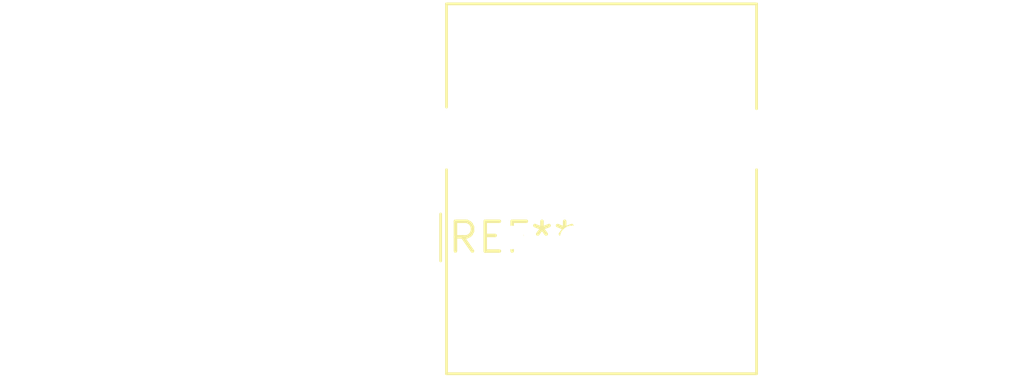
<source format=kicad_pcb>
(kicad_pcb (version 20240108) (generator pcbnew)
  (layers (0 "F.Cu" signal) (31 "B.Cu" signal) (34 "B.Paste" user) (35 "F.Paste" user) (36 "B.SilkS" user "B.Silkscreen") (37 "F.SilkS" user "F.Silkscreen") (38 "B.Mask" user) (39 "F.Mask" user) (44 "Edge.Cuts" user))
  (net 0 "")
  (footprint "Toshiba_TOTX170_TOTX173_TOTX193_TOTX194" (layer "F.Cu") (at 0 0)
    (property "Reference" "REF**")
    (property "Value" "Toshiba_TOTX170_TOTX173_TOTX193_TOTX194")
    (fp_line (start -3.05 1) (end -3.05 -1) (layer "F.SilkS") (stroke (width 0.12)))
    (fp_line (start -2.8 -9.96) (end -2.8 -5.56) (layer "F.SilkS") (stroke (width 0.12)))
    (fp_line (start -2.8 5.81) (end -2.8 -2.89) (layer "F.SilkS") (stroke (width 0.12)))
    (fp_line (start -2.8 5.81) (end 10.42 5.81) (layer "F.SilkS") (stroke (width 0.12)))
    (fp_line (start 10.42 -9.96) (end -2.8 -9.96) (layer "F.SilkS") (stroke (width 0.12)))
    (fp_line (start 10.42 -9.96) (end 10.42 -5.49) (layer "F.SilkS") (stroke (width 0.12)))
    (fp_line (start 10.42 5.81) (end 10.42 -2.89) (layer "F.SilkS") (stroke (width 0.12)))
    (pad "1" thru_hole rect (at 0 0) (size 1.5 2.5) (drill 1) (layers *.Cu *.Mask) (remove_unused_layers))
    (pad "2" thru_hole oval (at 2.54 0) (size 1.5 2.5) (drill 1) (layers *.Cu *.Mask) (remove_unused_layers))
    (pad "3" thru_hole oval (at 5.08 0) (size 1.5 2.5) (drill 1) (layers *.Cu *.Mask) (remove_unused_layers))
    (pad "4" thru_hole oval (at 7.62 0) (size 1.5 2.5) (drill 1) (layers *.Cu *.Mask) (remove_unused_layers))
    (pad "5" thru_hole circle (at 9.01 -4.2) (size 2.5 2.5) (drill 1.2) (layers *.Cu *.Mask) (remove_unused_layers))
    (pad "6" thru_hole circle (at -1.39 -4.2) (size 2.5 2.5) (drill 1.2) (layers *.Cu *.Mask) (remove_unused_layers))
  )
)
</source>
